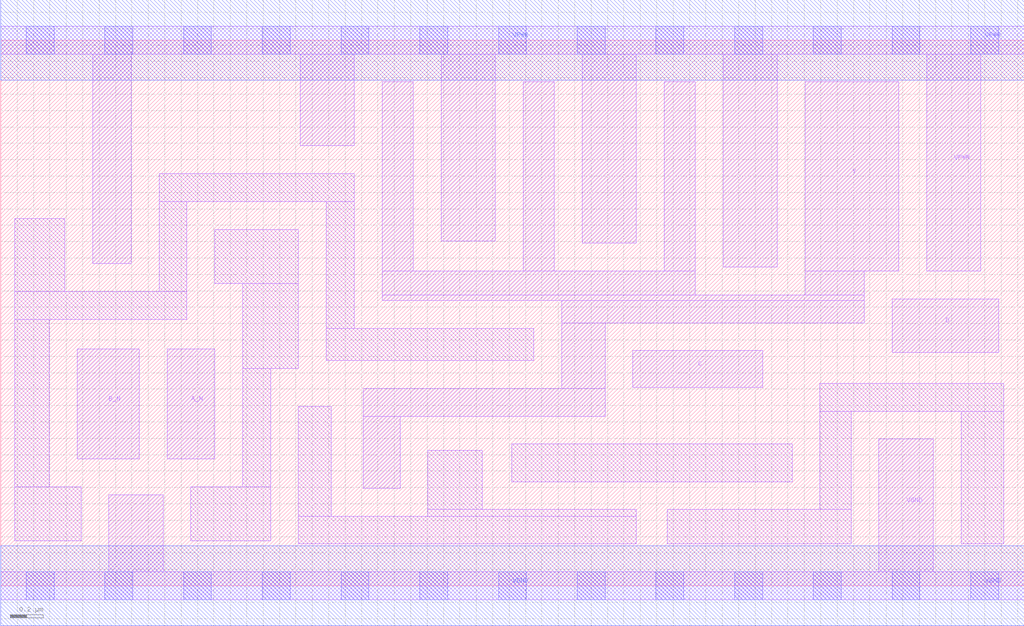
<source format=lef>
# Copyright 2020 The SkyWater PDK Authors
#
# Licensed under the Apache License, Version 2.0 (the "License");
# you may not use this file except in compliance with the License.
# You may obtain a copy of the License at
#
#     https://www.apache.org/licenses/LICENSE-2.0
#
# Unless required by applicable law or agreed to in writing, software
# distributed under the License is distributed on an "AS IS" BASIS,
# WITHOUT WARRANTIES OR CONDITIONS OF ANY KIND, either express or implied.
# See the License for the specific language governing permissions and
# limitations under the License.
#
# SPDX-License-Identifier: Apache-2.0

VERSION 5.7 ;
  NAMESCASESENSITIVE ON ;
  NOWIREEXTENSIONATPIN ON ;
  DIVIDERCHAR "/" ;
  BUSBITCHARS "[]" ;
UNITS
  DATABASE MICRONS 200 ;
END UNITS
MACRO sky130_fd_sc_lp__nand4bb_2
  CLASS CORE ;
  SOURCE USER ;
  FOREIGN sky130_fd_sc_lp__nand4bb_2 ;
  ORIGIN  0.000000  0.000000 ;
  SIZE  6.240000 BY  3.330000 ;
  SYMMETRY X Y R90 ;
  SITE unit ;
  PIN A_N
    ANTENNAGATEAREA  0.126000 ;
    DIRECTION INPUT ;
    USE SIGNAL ;
    PORT
      LAYER li1 ;
        RECT 1.015000 0.775000 1.305000 1.445000 ;
    END
  END A_N
  PIN B_N
    ANTENNAGATEAREA  0.126000 ;
    DIRECTION INPUT ;
    USE SIGNAL ;
    PORT
      LAYER li1 ;
        RECT 0.465000 0.775000 0.845000 1.445000 ;
    END
  END B_N
  PIN C
    ANTENNAGATEAREA  0.630000 ;
    DIRECTION INPUT ;
    USE SIGNAL ;
    PORT
      LAYER li1 ;
        RECT 3.855000 1.210000 4.645000 1.435000 ;
    END
  END C
  PIN D
    ANTENNAGATEAREA  0.630000 ;
    DIRECTION INPUT ;
    USE SIGNAL ;
    PORT
      LAYER li1 ;
        RECT 5.435000 1.425000 6.085000 1.750000 ;
    END
  END D
  PIN Y
    ANTENNADIFFAREA  2.125200 ;
    DIRECTION OUTPUT ;
    USE SIGNAL ;
    PORT
      LAYER li1 ;
        RECT 2.210000 0.595000 2.435000 1.035000 ;
        RECT 2.210000 1.035000 3.685000 1.205000 ;
        RECT 2.325000 1.740000 5.265000 1.775000 ;
        RECT 2.325000 1.775000 4.235000 1.920000 ;
        RECT 2.325000 1.920000 2.515000 3.075000 ;
        RECT 3.185000 1.920000 3.375000 3.075000 ;
        RECT 3.420000 1.205000 3.685000 1.605000 ;
        RECT 3.420000 1.605000 5.265000 1.740000 ;
        RECT 4.045000 1.920000 4.235000 3.075000 ;
        RECT 4.905000 1.775000 5.265000 1.920000 ;
        RECT 4.905000 1.920000 5.475000 3.075000 ;
    END
  END Y
  PIN VGND
    DIRECTION INOUT ;
    USE GROUND ;
    PORT
      LAYER li1 ;
        RECT 0.000000 -0.085000 6.240000 0.085000 ;
        RECT 0.660000  0.085000 0.990000 0.555000 ;
        RECT 5.355000  0.085000 5.685000 0.895000 ;
      LAYER mcon ;
        RECT 0.155000 -0.085000 0.325000 0.085000 ;
        RECT 0.635000 -0.085000 0.805000 0.085000 ;
        RECT 1.115000 -0.085000 1.285000 0.085000 ;
        RECT 1.595000 -0.085000 1.765000 0.085000 ;
        RECT 2.075000 -0.085000 2.245000 0.085000 ;
        RECT 2.555000 -0.085000 2.725000 0.085000 ;
        RECT 3.035000 -0.085000 3.205000 0.085000 ;
        RECT 3.515000 -0.085000 3.685000 0.085000 ;
        RECT 3.995000 -0.085000 4.165000 0.085000 ;
        RECT 4.475000 -0.085000 4.645000 0.085000 ;
        RECT 4.955000 -0.085000 5.125000 0.085000 ;
        RECT 5.435000 -0.085000 5.605000 0.085000 ;
        RECT 5.915000 -0.085000 6.085000 0.085000 ;
      LAYER met1 ;
        RECT 0.000000 -0.245000 6.240000 0.245000 ;
    END
  END VGND
  PIN VPWR
    DIRECTION INOUT ;
    USE POWER ;
    PORT
      LAYER li1 ;
        RECT 0.000000 3.245000 6.240000 3.415000 ;
        RECT 0.560000 1.965000 0.795000 3.245000 ;
        RECT 1.825000 2.685000 2.155000 3.245000 ;
        RECT 2.685000 2.105000 3.015000 3.245000 ;
        RECT 3.545000 2.090000 3.875000 3.245000 ;
        RECT 4.405000 1.945000 4.735000 3.245000 ;
        RECT 5.645000 1.920000 5.975000 3.245000 ;
      LAYER mcon ;
        RECT 0.155000 3.245000 0.325000 3.415000 ;
        RECT 0.635000 3.245000 0.805000 3.415000 ;
        RECT 1.115000 3.245000 1.285000 3.415000 ;
        RECT 1.595000 3.245000 1.765000 3.415000 ;
        RECT 2.075000 3.245000 2.245000 3.415000 ;
        RECT 2.555000 3.245000 2.725000 3.415000 ;
        RECT 3.035000 3.245000 3.205000 3.415000 ;
        RECT 3.515000 3.245000 3.685000 3.415000 ;
        RECT 3.995000 3.245000 4.165000 3.415000 ;
        RECT 4.475000 3.245000 4.645000 3.415000 ;
        RECT 4.955000 3.245000 5.125000 3.415000 ;
        RECT 5.435000 3.245000 5.605000 3.415000 ;
        RECT 5.915000 3.245000 6.085000 3.415000 ;
      LAYER met1 ;
        RECT 0.000000 3.085000 6.240000 3.575000 ;
    END
  END VPWR
  OBS
    LAYER li1 ;
      RECT 0.085000 0.275000 0.490000 0.605000 ;
      RECT 0.085000 0.605000 0.295000 1.625000 ;
      RECT 0.085000 1.625000 1.135000 1.795000 ;
      RECT 0.085000 1.795000 0.390000 2.240000 ;
      RECT 0.965000 1.795000 1.135000 2.345000 ;
      RECT 0.965000 2.345000 2.155000 2.515000 ;
      RECT 1.160000 0.275000 1.645000 0.605000 ;
      RECT 1.305000 1.845000 1.815000 2.175000 ;
      RECT 1.475000 0.605000 1.645000 1.325000 ;
      RECT 1.475000 1.325000 1.815000 1.845000 ;
      RECT 1.815000 0.255000 3.875000 0.425000 ;
      RECT 1.815000 0.425000 2.015000 1.095000 ;
      RECT 1.985000 1.375000 3.250000 1.570000 ;
      RECT 1.985000 1.570000 2.155000 2.345000 ;
      RECT 2.605000 0.425000 3.875000 0.465000 ;
      RECT 2.605000 0.465000 2.935000 0.825000 ;
      RECT 3.115000 0.635000 4.825000 0.865000 ;
      RECT 4.065000 0.255000 5.185000 0.465000 ;
      RECT 4.995000 0.465000 5.185000 1.065000 ;
      RECT 4.995000 1.065000 6.115000 1.235000 ;
      RECT 5.855000 0.255000 6.115000 1.065000 ;
  END
END sky130_fd_sc_lp__nand4bb_2

</source>
